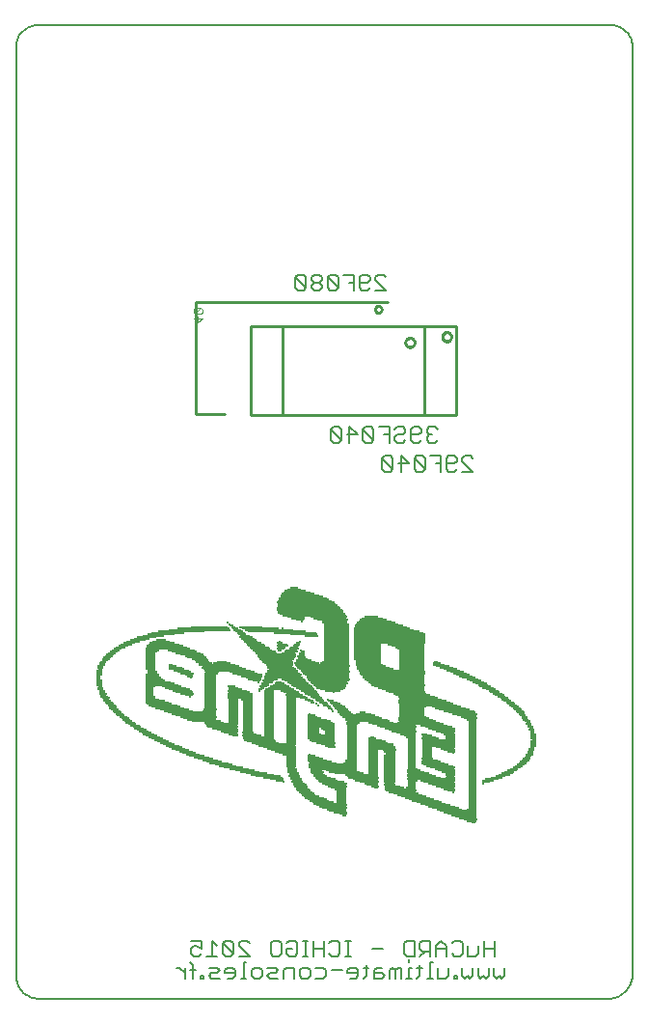
<source format=gbo>
G75*
G70*
%OFA0B0*%
%FSLAX24Y24*%
%IPPOS*%
%LPD*%
%AMOC8*
5,1,8,0,0,1.08239X$1,22.5*
%
%ADD10C,0.0100*%
%ADD11C,0.0050*%
%ADD12C,0.0030*%
%ADD13R,0.0150X0.0050*%
%ADD14R,0.0350X0.0050*%
%ADD15R,0.0450X0.0050*%
%ADD16R,0.0600X0.0050*%
%ADD17R,0.0750X0.0050*%
%ADD18R,0.0900X0.0050*%
%ADD19R,0.1000X0.0050*%
%ADD20R,0.0250X0.0050*%
%ADD21R,0.1150X0.0050*%
%ADD22R,0.1300X0.0050*%
%ADD23R,0.0700X0.0050*%
%ADD24R,0.0300X0.0050*%
%ADD25R,0.0950X0.0050*%
%ADD26R,0.0850X0.0050*%
%ADD27R,0.1050X0.0050*%
%ADD28R,0.0650X0.0050*%
%ADD29R,0.0550X0.0050*%
%ADD30R,0.0500X0.0050*%
%ADD31R,0.0100X0.0050*%
%ADD32R,0.0400X0.0050*%
%ADD33R,0.1100X0.0050*%
%ADD34R,0.0800X0.0050*%
%ADD35R,0.0050X0.0050*%
%ADD36R,0.1200X0.0050*%
%ADD37R,0.1650X0.0050*%
%ADD38R,0.1600X0.0050*%
%ADD39R,0.0200X0.0050*%
%ADD40R,0.1400X0.0050*%
%ADD41R,0.1250X0.0050*%
%ADD42R,0.1350X0.0050*%
%ADD43R,0.2450X0.0050*%
%ADD44R,0.1500X0.0050*%
%ADD45R,0.1450X0.0050*%
%ADD46R,0.1550X0.0050*%
%ADD47R,0.1700X0.0050*%
%ADD48R,0.2050X0.0050*%
%ADD49R,0.1900X0.0050*%
%ADD50R,0.1800X0.0050*%
%ADD51R,0.1750X0.0050*%
%ADD52R,0.1850X0.0050*%
%ADD53R,0.1950X0.0050*%
%ADD54R,0.2100X0.0050*%
%ADD55R,0.2150X0.0050*%
%ADD56R,0.2200X0.0050*%
%ADD57R,0.2250X0.0050*%
%ADD58R,0.2300X0.0050*%
%ADD59R,0.2400X0.0050*%
%ADD60R,0.2000X0.0050*%
D10*
X006828Y020828D02*
X007828Y020828D01*
X008722Y020792D02*
X015808Y020792D01*
X015808Y023863D01*
X008722Y023863D01*
X008722Y020792D01*
X009809Y020792D02*
X014730Y020792D01*
X014730Y023863D01*
X009809Y023863D01*
X009809Y020792D01*
X006828Y020828D02*
X006828Y024703D01*
X013453Y024703D01*
X013010Y024454D02*
X013012Y024475D01*
X013018Y024495D01*
X013027Y024515D01*
X013039Y024532D01*
X013054Y024546D01*
X013072Y024558D01*
X013092Y024566D01*
X013112Y024571D01*
X013133Y024572D01*
X013154Y024569D01*
X013174Y024563D01*
X013193Y024552D01*
X013210Y024539D01*
X013223Y024523D01*
X013234Y024505D01*
X013242Y024485D01*
X013246Y024465D01*
X013246Y024443D01*
X013242Y024423D01*
X013234Y024403D01*
X013223Y024385D01*
X013210Y024369D01*
X013193Y024356D01*
X013174Y024345D01*
X013154Y024339D01*
X013133Y024336D01*
X013112Y024337D01*
X013092Y024342D01*
X013072Y024350D01*
X013054Y024362D01*
X013039Y024376D01*
X013027Y024393D01*
X013018Y024413D01*
X013012Y024433D01*
X013010Y024454D01*
X014065Y023312D02*
X014067Y023337D01*
X014073Y023361D01*
X014082Y023383D01*
X014095Y023404D01*
X014111Y023423D01*
X014130Y023439D01*
X014151Y023452D01*
X014173Y023461D01*
X014197Y023467D01*
X014222Y023469D01*
X014247Y023467D01*
X014271Y023461D01*
X014293Y023452D01*
X014314Y023439D01*
X014333Y023423D01*
X014349Y023404D01*
X014362Y023383D01*
X014371Y023361D01*
X014377Y023337D01*
X014379Y023312D01*
X014377Y023287D01*
X014371Y023263D01*
X014362Y023241D01*
X014349Y023220D01*
X014333Y023201D01*
X014314Y023185D01*
X014293Y023172D01*
X014271Y023163D01*
X014247Y023157D01*
X014222Y023155D01*
X014197Y023157D01*
X014173Y023163D01*
X014151Y023172D01*
X014130Y023185D01*
X014111Y023201D01*
X014095Y023220D01*
X014082Y023241D01*
X014073Y023263D01*
X014067Y023287D01*
X014065Y023312D01*
X015340Y023509D02*
X015342Y023534D01*
X015348Y023558D01*
X015357Y023580D01*
X015370Y023601D01*
X015386Y023620D01*
X015405Y023636D01*
X015426Y023649D01*
X015448Y023658D01*
X015472Y023664D01*
X015497Y023666D01*
X015522Y023664D01*
X015546Y023658D01*
X015568Y023649D01*
X015589Y023636D01*
X015608Y023620D01*
X015624Y023601D01*
X015637Y023580D01*
X015646Y023558D01*
X015652Y023534D01*
X015654Y023509D01*
X015652Y023484D01*
X015646Y023460D01*
X015637Y023438D01*
X015624Y023417D01*
X015608Y023398D01*
X015589Y023382D01*
X015568Y023369D01*
X015546Y023360D01*
X015522Y023354D01*
X015497Y023352D01*
X015472Y023354D01*
X015448Y023360D01*
X015426Y023369D01*
X015405Y023382D01*
X015386Y023398D01*
X015370Y023417D01*
X015357Y023438D01*
X015348Y023460D01*
X015342Y023484D01*
X015340Y023509D01*
D11*
X000613Y033527D02*
X000613Y001440D01*
X000615Y001385D01*
X000620Y001331D01*
X000630Y001277D01*
X000643Y001224D01*
X000659Y001172D01*
X000679Y001121D01*
X000703Y001072D01*
X000729Y001024D01*
X000759Y000979D01*
X000792Y000935D01*
X000828Y000894D01*
X000867Y000855D01*
X000908Y000819D01*
X000952Y000786D01*
X000997Y000756D01*
X001045Y000730D01*
X001094Y000706D01*
X001145Y000686D01*
X001197Y000670D01*
X001250Y000657D01*
X001304Y000647D01*
X001358Y000642D01*
X001413Y000640D01*
X021084Y000640D01*
X021085Y000639D02*
X021141Y000643D01*
X021197Y000650D01*
X021252Y000661D01*
X021306Y000675D01*
X021360Y000693D01*
X021412Y000714D01*
X021462Y000739D01*
X021511Y000767D01*
X021558Y000798D01*
X021603Y000832D01*
X021645Y000869D01*
X021685Y000909D01*
X021723Y000951D01*
X021757Y000995D01*
X021788Y001042D01*
X021817Y001090D01*
X021842Y001141D01*
X021864Y001193D01*
X021882Y001246D01*
X021897Y001300D01*
X021908Y001355D01*
X021916Y001411D01*
X021919Y001467D01*
X021920Y001524D01*
X021919Y001524D02*
X021919Y033527D01*
X021917Y033580D01*
X021911Y033632D01*
X021902Y033684D01*
X021889Y033735D01*
X021872Y033785D01*
X021852Y033834D01*
X021829Y033881D01*
X021802Y033926D01*
X021772Y033969D01*
X021739Y034010D01*
X021703Y034049D01*
X021664Y034085D01*
X021623Y034118D01*
X021580Y034148D01*
X021535Y034175D01*
X021488Y034198D01*
X021439Y034218D01*
X021389Y034235D01*
X021338Y034248D01*
X021286Y034257D01*
X021234Y034263D01*
X021181Y034265D01*
X001351Y034265D01*
X001298Y034263D01*
X001246Y034257D01*
X001194Y034248D01*
X001143Y034235D01*
X001093Y034218D01*
X001044Y034198D01*
X000997Y034175D01*
X000952Y034148D01*
X000909Y034118D01*
X000868Y034085D01*
X000829Y034049D01*
X000793Y034010D01*
X000760Y033969D01*
X000730Y033926D01*
X000703Y033881D01*
X000680Y033834D01*
X000660Y033785D01*
X000643Y033735D01*
X000630Y033684D01*
X000621Y033632D01*
X000615Y033580D01*
X000613Y033527D01*
X010268Y025561D02*
X010268Y025194D01*
X010360Y025103D01*
X010543Y025103D01*
X010635Y025194D01*
X010268Y025561D01*
X010360Y025653D01*
X010543Y025653D01*
X010635Y025561D01*
X010635Y025194D01*
X010821Y025194D02*
X010912Y025103D01*
X011096Y025103D01*
X011188Y025194D01*
X011188Y025286D01*
X011096Y025378D01*
X010912Y025378D01*
X010821Y025286D01*
X010821Y025194D01*
X010912Y025378D02*
X010821Y025469D01*
X010821Y025561D01*
X010912Y025653D01*
X011096Y025653D01*
X011188Y025561D01*
X011188Y025469D01*
X011096Y025378D01*
X011373Y025561D02*
X011373Y025194D01*
X011465Y025103D01*
X011648Y025103D01*
X011740Y025194D01*
X011373Y025561D01*
X011465Y025653D01*
X011648Y025653D01*
X011740Y025561D01*
X011740Y025194D01*
X011925Y025653D02*
X012292Y025653D01*
X012292Y025103D01*
X012478Y025194D02*
X012478Y025561D01*
X012570Y025653D01*
X012753Y025653D01*
X012845Y025561D01*
X012845Y025469D01*
X012753Y025378D01*
X012478Y025378D01*
X012478Y025194D02*
X012570Y025103D01*
X012753Y025103D01*
X012845Y025194D01*
X013030Y025103D02*
X013397Y025103D01*
X013030Y025469D01*
X013030Y025561D01*
X013122Y025653D01*
X013306Y025653D01*
X013397Y025561D01*
X012292Y025378D02*
X012109Y025378D01*
X012136Y020403D02*
X012411Y020128D01*
X012044Y020128D01*
X011859Y020311D02*
X011767Y020403D01*
X011584Y020403D01*
X011492Y020311D01*
X011859Y019944D01*
X011767Y019853D01*
X011584Y019853D01*
X011492Y019944D01*
X011492Y020311D01*
X011859Y020311D02*
X011859Y019944D01*
X012136Y019853D02*
X012136Y020403D01*
X012597Y020311D02*
X012597Y019944D01*
X012689Y019853D01*
X012872Y019853D01*
X012964Y019944D01*
X012597Y020311D01*
X012689Y020403D01*
X012872Y020403D01*
X012964Y020311D01*
X012964Y019944D01*
X013333Y020128D02*
X013516Y020128D01*
X013702Y020036D02*
X013702Y019944D01*
X013793Y019853D01*
X013977Y019853D01*
X014069Y019944D01*
X014254Y019944D02*
X014254Y020311D01*
X014346Y020403D01*
X014529Y020403D01*
X014621Y020311D01*
X014621Y020219D01*
X014529Y020128D01*
X014254Y020128D01*
X014254Y019944D02*
X014346Y019853D01*
X014529Y019853D01*
X014621Y019944D01*
X014807Y019944D02*
X014898Y019853D01*
X015082Y019853D01*
X015174Y019944D01*
X014990Y020128D02*
X014898Y020128D01*
X014807Y020036D01*
X014807Y019944D01*
X014898Y020128D02*
X014807Y020219D01*
X014807Y020311D01*
X014898Y020403D01*
X015082Y020403D01*
X015174Y020311D01*
X015292Y019403D02*
X014925Y019403D01*
X014740Y019311D02*
X014648Y019403D01*
X014465Y019403D01*
X014373Y019311D01*
X014740Y018944D01*
X014648Y018853D01*
X014465Y018853D01*
X014373Y018944D01*
X014373Y019311D01*
X014188Y019128D02*
X013821Y019128D01*
X013635Y019311D02*
X013543Y019403D01*
X013360Y019403D01*
X013268Y019311D01*
X013635Y018944D01*
X013543Y018853D01*
X013360Y018853D01*
X013268Y018944D01*
X013268Y019311D01*
X013635Y019311D02*
X013635Y018944D01*
X013912Y018853D02*
X013912Y019403D01*
X014188Y019128D01*
X014740Y018944D02*
X014740Y019311D01*
X015109Y019128D02*
X015292Y019128D01*
X015478Y019128D02*
X015753Y019128D01*
X015845Y019219D01*
X015845Y019311D01*
X015753Y019403D01*
X015570Y019403D01*
X015478Y019311D01*
X015478Y018944D01*
X015570Y018853D01*
X015753Y018853D01*
X015845Y018944D01*
X016030Y018853D02*
X016397Y018853D01*
X016030Y019219D01*
X016030Y019311D01*
X016122Y019403D01*
X016306Y019403D01*
X016397Y019311D01*
X015292Y019403D02*
X015292Y018853D01*
X013977Y020128D02*
X014069Y020219D01*
X014069Y020311D01*
X013977Y020403D01*
X013793Y020403D01*
X013702Y020311D01*
X013793Y020128D02*
X013702Y020036D01*
X013793Y020128D02*
X013977Y020128D01*
X013516Y019853D02*
X013516Y020403D01*
X013149Y020403D01*
X014105Y002653D02*
X014014Y002561D01*
X014014Y002194D01*
X014105Y002103D01*
X014381Y002103D01*
X014381Y002653D01*
X014105Y002653D01*
X014566Y002561D02*
X014566Y002378D01*
X014658Y002286D01*
X014933Y002286D01*
X014750Y002286D02*
X014566Y002103D01*
X014549Y001811D02*
X014549Y001444D01*
X014457Y001353D01*
X014272Y001353D02*
X014089Y001353D01*
X014180Y001353D02*
X014180Y001719D01*
X014272Y001719D01*
X014457Y001719D02*
X014640Y001719D01*
X014917Y001903D02*
X014917Y001353D01*
X015009Y001353D02*
X014825Y001353D01*
X015194Y001353D02*
X015194Y001719D01*
X015009Y001903D02*
X014917Y001903D01*
X014933Y002103D02*
X014933Y002653D01*
X014658Y002653D01*
X014566Y002561D01*
X015119Y002469D02*
X015119Y002103D01*
X015119Y002378D02*
X015486Y002378D01*
X015486Y002469D02*
X015486Y002103D01*
X015671Y002194D02*
X015763Y002103D01*
X015946Y002103D01*
X016038Y002194D01*
X016038Y002561D01*
X015946Y002653D01*
X015763Y002653D01*
X015671Y002561D01*
X015486Y002469D02*
X015302Y002653D01*
X015119Y002469D01*
X015561Y001719D02*
X015561Y001444D01*
X015470Y001353D01*
X015194Y001353D01*
X015746Y001353D02*
X015838Y001353D01*
X015838Y001444D01*
X015746Y001444D01*
X015746Y001353D01*
X016023Y001444D02*
X016023Y001719D01*
X016023Y001444D02*
X016115Y001353D01*
X016206Y001444D01*
X016298Y001353D01*
X016390Y001444D01*
X016390Y001719D01*
X016575Y001719D02*
X016575Y001444D01*
X016667Y001353D01*
X016759Y001444D01*
X016851Y001353D01*
X016942Y001444D01*
X016942Y001719D01*
X017128Y001719D02*
X017128Y001444D01*
X017220Y001353D01*
X017311Y001444D01*
X017403Y001353D01*
X017495Y001444D01*
X017495Y001719D01*
X017143Y002103D02*
X017143Y002653D01*
X017143Y002378D02*
X016776Y002378D01*
X016591Y002469D02*
X016591Y002194D01*
X016499Y002103D01*
X016224Y002103D01*
X016224Y002469D01*
X016776Y002653D02*
X016776Y002103D01*
X014180Y001995D02*
X014180Y001903D01*
X013904Y001719D02*
X013812Y001719D01*
X013720Y001628D01*
X013629Y001719D01*
X013537Y001628D01*
X013537Y001353D01*
X013720Y001353D02*
X013720Y001628D01*
X013904Y001719D02*
X013904Y001353D01*
X013351Y001444D02*
X013260Y001353D01*
X012984Y001353D01*
X012984Y001628D01*
X013076Y001719D01*
X013260Y001719D01*
X013260Y001536D02*
X012984Y001536D01*
X012799Y001719D02*
X012615Y001719D01*
X012707Y001811D02*
X012707Y001444D01*
X012615Y001353D01*
X012431Y001444D02*
X012431Y001628D01*
X012339Y001719D01*
X012155Y001719D01*
X012064Y001628D01*
X012064Y001536D01*
X012431Y001536D01*
X012431Y001444D02*
X012339Y001353D01*
X012155Y001353D01*
X011878Y001628D02*
X011511Y001628D01*
X011326Y001628D02*
X011326Y001444D01*
X011234Y001353D01*
X010959Y001353D01*
X010773Y001444D02*
X010681Y001353D01*
X010498Y001353D01*
X010406Y001444D01*
X010406Y001628D01*
X010498Y001719D01*
X010681Y001719D01*
X010773Y001628D01*
X010773Y001444D01*
X010959Y001719D02*
X011234Y001719D01*
X011326Y001628D01*
X011250Y002103D02*
X011250Y002653D01*
X011436Y002561D02*
X011527Y002653D01*
X011711Y002653D01*
X011803Y002561D01*
X011803Y002194D01*
X011711Y002103D01*
X011527Y002103D01*
X011436Y002194D01*
X011250Y002378D02*
X010883Y002378D01*
X010883Y002653D02*
X010883Y002103D01*
X010698Y002103D02*
X010514Y002103D01*
X010606Y002103D02*
X010606Y002653D01*
X010698Y002653D02*
X010514Y002653D01*
X010329Y002561D02*
X010329Y002194D01*
X010238Y002103D01*
X010054Y002103D01*
X009962Y002194D01*
X009962Y002378D01*
X010146Y002378D01*
X010329Y002561D02*
X010238Y002653D01*
X010054Y002653D01*
X009962Y002561D01*
X009777Y002561D02*
X009777Y002194D01*
X009685Y002103D01*
X009502Y002103D01*
X009410Y002194D01*
X009410Y002561D01*
X009502Y002653D01*
X009685Y002653D01*
X009777Y002561D01*
X009945Y001719D02*
X009854Y001628D01*
X009854Y001353D01*
X009668Y001353D02*
X009393Y001353D01*
X009301Y001444D01*
X009393Y001536D01*
X009576Y001536D01*
X009668Y001628D01*
X009576Y001719D01*
X009301Y001719D01*
X009116Y001628D02*
X009116Y001444D01*
X009024Y001353D01*
X008841Y001353D01*
X008749Y001444D01*
X008749Y001628D01*
X008841Y001719D01*
X009024Y001719D01*
X009116Y001628D01*
X008563Y001903D02*
X008472Y001903D01*
X008472Y001353D01*
X008563Y001353D02*
X008380Y001353D01*
X008195Y001444D02*
X008195Y001628D01*
X008103Y001719D01*
X007920Y001719D01*
X007828Y001628D01*
X007828Y001536D01*
X008195Y001536D01*
X008195Y001444D02*
X008103Y001353D01*
X007920Y001353D01*
X007643Y001353D02*
X007367Y001353D01*
X007276Y001444D01*
X007367Y001536D01*
X007551Y001536D01*
X007643Y001628D01*
X007551Y001719D01*
X007276Y001719D01*
X007090Y001444D02*
X007090Y001353D01*
X006998Y001353D01*
X006998Y001444D01*
X007090Y001444D01*
X006814Y001628D02*
X006630Y001628D01*
X006722Y001811D02*
X006630Y001903D01*
X006722Y001811D02*
X006722Y001353D01*
X006445Y001353D02*
X006445Y001719D01*
X006262Y001719D02*
X006170Y001719D01*
X006262Y001719D02*
X006445Y001536D01*
X006739Y002103D02*
X006647Y002194D01*
X006647Y002378D01*
X006739Y002469D01*
X006831Y002469D01*
X007014Y002378D01*
X007014Y002653D01*
X006647Y002653D01*
X006739Y002103D02*
X006923Y002103D01*
X007014Y002194D01*
X007200Y002103D02*
X007567Y002103D01*
X007383Y002103D02*
X007383Y002653D01*
X007567Y002469D01*
X007752Y002561D02*
X007752Y002194D01*
X007844Y002103D01*
X008028Y002103D01*
X008119Y002194D01*
X007752Y002561D01*
X007844Y002653D01*
X008028Y002653D01*
X008119Y002561D01*
X008119Y002194D01*
X008305Y002103D02*
X008672Y002103D01*
X008305Y002469D01*
X008305Y002561D01*
X008397Y002653D01*
X008580Y002653D01*
X008672Y002561D01*
X009945Y001719D02*
X010221Y001719D01*
X010221Y001353D01*
X011987Y002103D02*
X012171Y002103D01*
X012079Y002103D02*
X012079Y002653D01*
X012171Y002653D02*
X011987Y002653D01*
X012909Y002378D02*
X013276Y002378D01*
X013260Y001536D02*
X013351Y001444D01*
D12*
X006897Y024010D02*
X006897Y024203D01*
X006800Y024304D02*
X006994Y024304D01*
X007042Y024353D01*
X007042Y024449D01*
X006994Y024498D01*
X006800Y024304D01*
X006752Y024353D01*
X006752Y024449D01*
X006800Y024498D01*
X006994Y024498D01*
X007042Y024155D02*
X006897Y024010D01*
X006752Y024155D02*
X007042Y024155D01*
D13*
X008056Y013537D03*
X008106Y013487D03*
X009106Y011387D03*
X009056Y011337D03*
X009706Y012687D03*
X010356Y012937D03*
X010506Y012637D03*
X010856Y010887D03*
X011406Y010737D03*
X011456Y010687D03*
X012906Y009687D03*
X013056Y007937D03*
X011956Y006987D03*
X015106Y012287D03*
X018306Y010187D03*
X018356Y010087D03*
X018406Y009987D03*
X018456Y009887D03*
X018456Y009837D03*
X018506Y009587D03*
X018456Y009337D03*
X016406Y006737D03*
X005956Y012187D03*
X003506Y012037D03*
X003456Y011787D03*
X003456Y011737D03*
X003456Y011687D03*
X003506Y011437D03*
D14*
X004206Y012787D03*
X004306Y012837D03*
X005256Y012587D03*
X005256Y012537D03*
X005256Y012487D03*
X005256Y012437D03*
X005256Y012387D03*
X005256Y012337D03*
X005256Y012287D03*
X005256Y012237D03*
X005256Y012187D03*
X005256Y012137D03*
X005256Y012087D03*
X005256Y012037D03*
X005306Y011937D03*
X005306Y011887D03*
X005256Y011437D03*
X005256Y011087D03*
X005256Y011037D03*
X004706Y010087D03*
X004556Y010187D03*
X004856Y009987D03*
X004956Y009937D03*
X005006Y009887D03*
X005106Y009837D03*
X005606Y013037D03*
X007706Y012287D03*
X008106Y011387D03*
X008106Y010987D03*
X008106Y010937D03*
X008106Y010887D03*
X008106Y010837D03*
X008106Y010787D03*
X008106Y010737D03*
X008106Y010687D03*
X008106Y010637D03*
X008106Y010587D03*
X008106Y010537D03*
X008106Y010487D03*
X008106Y010437D03*
X008106Y010387D03*
X008106Y010337D03*
X008106Y010287D03*
X008106Y010237D03*
X008106Y010187D03*
X008106Y009787D03*
X008606Y009887D03*
X008606Y009937D03*
X008606Y009987D03*
X008606Y010037D03*
X008606Y010087D03*
X008606Y010137D03*
X008606Y010187D03*
X008606Y010237D03*
X008606Y010287D03*
X008606Y010337D03*
X008606Y010387D03*
X008606Y010437D03*
X008606Y010487D03*
X008606Y010537D03*
X008606Y010587D03*
X008606Y010637D03*
X008606Y010687D03*
X008606Y010737D03*
X008606Y010787D03*
X008606Y010837D03*
X008606Y010887D03*
X008606Y010937D03*
X009356Y010937D03*
X009356Y010887D03*
X009356Y010837D03*
X009356Y010787D03*
X009356Y010737D03*
X009356Y010687D03*
X009356Y010637D03*
X009356Y010587D03*
X009356Y010537D03*
X009356Y010487D03*
X009356Y010437D03*
X009356Y010387D03*
X009356Y010337D03*
X009356Y010287D03*
X009356Y010237D03*
X009356Y010187D03*
X009356Y010137D03*
X009356Y010087D03*
X009356Y010037D03*
X009356Y009987D03*
X009356Y009937D03*
X009356Y009887D03*
X009356Y009837D03*
X009356Y009787D03*
X009356Y009737D03*
X010106Y009737D03*
X010106Y009687D03*
X010106Y009637D03*
X010106Y009587D03*
X010106Y009537D03*
X010106Y009487D03*
X010106Y009787D03*
X010106Y009837D03*
X010106Y009887D03*
X010106Y009937D03*
X010106Y009987D03*
X010106Y010037D03*
X010106Y010087D03*
X010106Y010137D03*
X010106Y010187D03*
X010106Y010237D03*
X010106Y010287D03*
X010106Y010337D03*
X010106Y010387D03*
X010106Y010437D03*
X010106Y010487D03*
X010106Y010537D03*
X010106Y010587D03*
X010106Y010637D03*
X010106Y010687D03*
X010106Y010737D03*
X010106Y010787D03*
X010106Y010837D03*
X010106Y010887D03*
X010106Y010937D03*
X010106Y010987D03*
X010106Y011037D03*
X009706Y011537D03*
X009306Y011587D03*
X009356Y011287D03*
X009356Y011237D03*
X009356Y011187D03*
X009356Y011137D03*
X009356Y011087D03*
X009356Y011037D03*
X009356Y010987D03*
X010206Y012737D03*
X009806Y012887D03*
X010506Y012387D03*
X010956Y011087D03*
X011006Y011037D03*
X010856Y010387D03*
X011456Y009887D03*
X011456Y009837D03*
X011456Y009787D03*
X011456Y009387D03*
X012206Y009387D03*
X012206Y009337D03*
X012206Y009287D03*
X012206Y009237D03*
X012206Y009187D03*
X012206Y009137D03*
X012206Y009087D03*
X012206Y009037D03*
X012206Y008987D03*
X012206Y008937D03*
X012206Y009437D03*
X012206Y009487D03*
X012206Y009537D03*
X012206Y009587D03*
X012206Y009637D03*
X012206Y009687D03*
X012206Y009737D03*
X012206Y009787D03*
X012206Y009837D03*
X012206Y009887D03*
X012206Y009937D03*
X012206Y009987D03*
X012206Y010037D03*
X012206Y010087D03*
X011706Y010787D03*
X011656Y010837D03*
X012956Y009237D03*
X012956Y009187D03*
X012956Y009137D03*
X012956Y009087D03*
X012956Y009037D03*
X012956Y008987D03*
X012956Y008937D03*
X012956Y008887D03*
X012956Y008837D03*
X012956Y008787D03*
X012956Y008737D03*
X012956Y008687D03*
X012956Y008637D03*
X012956Y008587D03*
X012956Y008537D03*
X012956Y008487D03*
X012956Y008437D03*
X013506Y008087D03*
X014256Y007937D03*
X014306Y008187D03*
X014306Y008587D03*
X014806Y008987D03*
X014806Y009037D03*
X014806Y009087D03*
X014806Y009137D03*
X014806Y009187D03*
X014806Y009237D03*
X014806Y009287D03*
X014806Y009337D03*
X014806Y009737D03*
X014256Y009687D03*
X013556Y009137D03*
X013556Y009087D03*
X011856Y007837D03*
X011856Y007787D03*
X011856Y007737D03*
X011856Y007687D03*
X011856Y007637D03*
X011856Y007587D03*
X011856Y007537D03*
X011856Y007487D03*
X011856Y007437D03*
X010306Y008187D03*
X010256Y008287D03*
X010206Y008387D03*
X010206Y008437D03*
X010156Y008487D03*
X010156Y008537D03*
X010156Y008587D03*
X010106Y008687D03*
X010106Y008737D03*
X010106Y008787D03*
X010106Y008837D03*
X010106Y008887D03*
X010106Y008937D03*
X010106Y008987D03*
X010106Y009037D03*
X008506Y013187D03*
X015606Y009737D03*
X015606Y009687D03*
X015606Y009637D03*
X016356Y010287D03*
X017006Y011337D03*
X017106Y011287D03*
X017156Y011237D03*
X017256Y011187D03*
X017306Y011137D03*
X016756Y011487D03*
X017756Y008537D03*
X017656Y008487D03*
X017356Y008337D03*
X016356Y007187D03*
X016356Y006787D03*
X015606Y008287D03*
X015606Y008387D03*
X015606Y008437D03*
D15*
X015556Y008487D03*
X014356Y008537D03*
X013506Y009237D03*
X013006Y009587D03*
X012256Y010187D03*
X012006Y010487D03*
X011956Y010537D03*
X010806Y011187D03*
X010106Y012637D03*
X010806Y013187D03*
X010356Y013787D03*
X009406Y011687D03*
X008856Y011687D03*
X008606Y013087D03*
X008556Y013137D03*
X007356Y011887D03*
X007156Y012237D03*
X007056Y012287D03*
X006506Y011887D03*
X006106Y012087D03*
X006506Y011187D03*
X007306Y010637D03*
X006356Y009237D03*
X006106Y009337D03*
X006006Y009387D03*
X005306Y011837D03*
X005306Y012687D03*
X004656Y012987D03*
X010056Y009087D03*
X010406Y008037D03*
X010456Y007987D03*
X010506Y007887D03*
X010556Y007837D03*
X010606Y007787D03*
X011006Y008487D03*
X011806Y007087D03*
X012156Y008787D03*
X015356Y012137D03*
X015606Y012037D03*
X015706Y011987D03*
X015856Y011937D03*
X015956Y011887D03*
X016056Y011837D03*
X016156Y011787D03*
X016256Y011737D03*
X016306Y010337D03*
X017056Y008237D03*
X016306Y006837D03*
D16*
X016231Y006887D03*
X015481Y008537D03*
X014931Y009637D03*
X014431Y008487D03*
X013081Y009537D03*
X011731Y007137D03*
X009981Y009137D03*
X010231Y011137D03*
X010581Y011387D03*
X008931Y012837D03*
X008881Y012887D03*
X007731Y012237D03*
X006431Y011237D03*
X005381Y011687D03*
X005631Y012987D03*
X007981Y009887D03*
X007781Y008737D03*
X007931Y008687D03*
X010281Y013837D03*
D17*
X010256Y014737D03*
X009206Y012637D03*
X009256Y012587D03*
X008756Y011787D03*
X008306Y011237D03*
X007906Y009937D03*
X008906Y008437D03*
X009906Y009187D03*
X011206Y007437D03*
X011656Y008037D03*
X010256Y011637D03*
X012906Y013787D03*
X014506Y008437D03*
X016156Y006937D03*
X006256Y011337D03*
X006106Y011387D03*
X005356Y013187D03*
D18*
X006431Y012637D03*
X007831Y009987D03*
X008531Y011887D03*
X008431Y011937D03*
X008681Y011837D03*
X009731Y012137D03*
X011131Y010187D03*
X011181Y009587D03*
X012681Y008237D03*
X013231Y009387D03*
X013231Y010187D03*
X014281Y010437D03*
X014281Y010487D03*
X014281Y010537D03*
X014281Y010587D03*
X014281Y010637D03*
X014281Y010687D03*
X014281Y012037D03*
X014281Y012087D03*
X014281Y012137D03*
X014281Y012187D03*
X014281Y012237D03*
X014281Y012287D03*
X014281Y012337D03*
X014281Y012387D03*
X014281Y012437D03*
X014281Y012487D03*
X014281Y012537D03*
X014281Y012587D03*
X014281Y012637D03*
X014281Y012687D03*
X012781Y012337D03*
X012781Y012287D03*
X012781Y012237D03*
X011681Y012337D03*
X011681Y012387D03*
X011681Y012437D03*
X011681Y012487D03*
X011681Y012537D03*
X011681Y012587D03*
X011681Y012637D03*
X011681Y012687D03*
X011681Y012737D03*
X011681Y012787D03*
X011681Y012837D03*
X011681Y012887D03*
X011681Y012937D03*
X011681Y012987D03*
X011681Y013037D03*
X011681Y013087D03*
X011681Y013137D03*
X011681Y013187D03*
X011681Y013237D03*
X011681Y013287D03*
X011681Y013337D03*
X011681Y013387D03*
X011681Y013437D03*
X011681Y013487D03*
X011681Y013537D03*
X011681Y013587D03*
X011631Y013637D03*
X011631Y013687D03*
X015131Y008737D03*
X014631Y007537D03*
X014481Y007587D03*
X014081Y007737D03*
X014881Y007437D03*
X015031Y007387D03*
X015181Y007337D03*
X015581Y007187D03*
X016081Y006987D03*
D19*
X016031Y007037D03*
X014631Y008337D03*
X015481Y010737D03*
X014231Y012787D03*
X012881Y012137D03*
X011631Y012237D03*
X011481Y011387D03*
X009731Y011337D03*
X009681Y012237D03*
X009081Y009537D03*
X009781Y009287D03*
X012131Y008437D03*
X007181Y010237D03*
X007031Y010287D03*
X006231Y010587D03*
X006081Y010637D03*
X005931Y010687D03*
X005781Y010737D03*
X005681Y010787D03*
X005581Y011537D03*
D20*
X004306Y010387D03*
X003956Y010687D03*
X003956Y010737D03*
X003906Y010787D03*
X003856Y010837D03*
X003806Y010887D03*
X003756Y010937D03*
X003706Y011037D03*
X003656Y011087D03*
X003606Y011187D03*
X003706Y012387D03*
X003756Y012437D03*
X003806Y012487D03*
X003856Y012537D03*
X004056Y012687D03*
X008056Y011437D03*
X008906Y011637D03*
X009156Y011437D03*
X009206Y011487D03*
X009756Y012737D03*
X010456Y012487D03*
X010556Y011037D03*
X010806Y010437D03*
X011206Y010887D03*
X011506Y009337D03*
X010806Y009037D03*
X011906Y007037D03*
X013006Y007987D03*
X015656Y007837D03*
X015656Y009187D03*
X016856Y008137D03*
X018056Y008737D03*
X018106Y008787D03*
X018156Y008837D03*
X018206Y008887D03*
X018256Y008937D03*
X018356Y009087D03*
X018056Y010537D03*
X018006Y010587D03*
X017956Y010637D03*
X017906Y010687D03*
X017856Y010737D03*
X015156Y012237D03*
X010206Y014837D03*
X008306Y013337D03*
X008256Y013387D03*
D21*
X010356Y014637D03*
X011456Y013787D03*
X011456Y011487D03*
X012956Y012087D03*
X014156Y012837D03*
X014206Y011187D03*
X015206Y009587D03*
X015206Y009537D03*
X015206Y009487D03*
X015206Y009437D03*
X015206Y009387D03*
X014706Y008287D03*
X015956Y007087D03*
X012556Y008387D03*
X011456Y007387D03*
X009706Y009337D03*
X007706Y010137D03*
X006956Y010337D03*
X005656Y011487D03*
X005856Y013287D03*
X013006Y013687D03*
D22*
X014081Y012887D03*
X014481Y010237D03*
X012631Y010337D03*
X012531Y010387D03*
X011431Y011587D03*
X009831Y011787D03*
X009631Y009387D03*
X007681Y012137D03*
X007281Y013487D03*
X015881Y007137D03*
D23*
X015431Y008587D03*
X014081Y009837D03*
X013131Y009487D03*
X013681Y007937D03*
X011681Y007187D03*
X011081Y007487D03*
X011381Y008187D03*
X011031Y008887D03*
X010281Y011087D03*
X010381Y011537D03*
X010331Y011587D03*
X010631Y012287D03*
X009731Y011437D03*
X009131Y012687D03*
X006781Y012487D03*
X005981Y011437D03*
X005431Y011637D03*
X008331Y008587D03*
X008531Y008537D03*
X008681Y008487D03*
X009481Y008287D03*
X016181Y010437D03*
D24*
X016381Y010237D03*
X016381Y010187D03*
X016381Y010137D03*
X016381Y010087D03*
X016381Y010037D03*
X016381Y009987D03*
X016381Y009937D03*
X016381Y009887D03*
X016381Y009837D03*
X016381Y009787D03*
X016381Y009737D03*
X016381Y009687D03*
X016381Y009637D03*
X016381Y009587D03*
X016381Y009537D03*
X016381Y009487D03*
X016381Y009437D03*
X016381Y009387D03*
X016381Y009337D03*
X016381Y009287D03*
X016381Y009237D03*
X016381Y009187D03*
X016381Y009137D03*
X016381Y009087D03*
X016381Y009037D03*
X016381Y008987D03*
X016381Y008937D03*
X016381Y008887D03*
X016381Y008837D03*
X016381Y008787D03*
X016381Y008737D03*
X016381Y008687D03*
X016381Y008637D03*
X016381Y008587D03*
X016381Y008537D03*
X016381Y008487D03*
X016381Y008437D03*
X016381Y008387D03*
X016381Y008337D03*
X016381Y008287D03*
X016381Y008237D03*
X016381Y008187D03*
X016381Y008137D03*
X016381Y008087D03*
X016381Y008037D03*
X016381Y007987D03*
X016381Y007937D03*
X016381Y007887D03*
X016381Y007837D03*
X016381Y007787D03*
X016381Y007737D03*
X016381Y007687D03*
X016381Y007637D03*
X016381Y007587D03*
X016381Y007537D03*
X016381Y007487D03*
X016381Y007437D03*
X016381Y007387D03*
X016381Y007337D03*
X016381Y007287D03*
X016381Y007237D03*
X015631Y008337D03*
X014281Y008137D03*
X014281Y008087D03*
X014281Y008037D03*
X014281Y007987D03*
X014281Y008637D03*
X014281Y008687D03*
X014281Y008737D03*
X014281Y008787D03*
X014281Y008837D03*
X014281Y008887D03*
X014281Y008937D03*
X014281Y008987D03*
X014281Y009037D03*
X014281Y009087D03*
X014281Y009137D03*
X014281Y009187D03*
X014281Y009237D03*
X014281Y009287D03*
X014281Y009337D03*
X014281Y009387D03*
X014281Y009437D03*
X014281Y009487D03*
X014281Y009537D03*
X014281Y009587D03*
X014281Y009637D03*
X012931Y009637D03*
X011581Y010887D03*
X011131Y010937D03*
X011081Y010987D03*
X010481Y012437D03*
X010231Y012787D03*
X009781Y012787D03*
X010431Y013737D03*
X009231Y011537D03*
X008431Y013237D03*
X008381Y013287D03*
X006581Y011837D03*
X006031Y012137D03*
X006581Y011137D03*
X005231Y011137D03*
X005231Y011187D03*
X005231Y011237D03*
X005231Y011287D03*
X005231Y011337D03*
X005231Y011387D03*
X005281Y011987D03*
X004131Y012737D03*
X003981Y012637D03*
X003931Y012587D03*
X004031Y010637D03*
X004081Y010587D03*
X004131Y010537D03*
X004181Y010487D03*
X004231Y010437D03*
X004381Y010337D03*
X004431Y010287D03*
X004481Y010237D03*
X004631Y010137D03*
X004781Y010037D03*
X009731Y008187D03*
X010131Y008637D03*
X017381Y011087D03*
X017481Y011037D03*
X017531Y010987D03*
X017581Y010937D03*
X017681Y010887D03*
X017731Y010837D03*
X017781Y010787D03*
X017981Y008687D03*
X017931Y008637D03*
X017831Y008587D03*
D25*
X016006Y010537D03*
X015306Y009987D03*
X015206Y010037D03*
X015056Y010087D03*
X014306Y010387D03*
X014306Y010737D03*
X013956Y009937D03*
X013256Y009337D03*
X013256Y009287D03*
X013956Y007787D03*
X014756Y007487D03*
X015306Y007287D03*
X015456Y007237D03*
X015306Y008087D03*
X015256Y008687D03*
X012806Y012187D03*
X012756Y012387D03*
X012756Y012437D03*
X012756Y012487D03*
X012756Y012537D03*
X012756Y012587D03*
X012756Y012637D03*
X012756Y012687D03*
X012756Y012737D03*
X012756Y012787D03*
X012756Y012837D03*
X012756Y012887D03*
X012956Y013737D03*
X014256Y012737D03*
X011656Y012287D03*
X010556Y013237D03*
X009706Y012187D03*
X009756Y012087D03*
X009806Y012037D03*
X011156Y010137D03*
X011156Y010087D03*
X011156Y010037D03*
X011156Y009737D03*
X011156Y009687D03*
X011156Y009637D03*
X011206Y008787D03*
X011556Y007287D03*
X009206Y009487D03*
X006306Y012687D03*
X005606Y013237D03*
X010306Y014687D03*
D26*
X010656Y012237D03*
X009856Y009237D03*
X009306Y008337D03*
X008356Y011037D03*
X008356Y011087D03*
X008356Y011137D03*
X008356Y011187D03*
X006556Y012587D03*
X005656Y012937D03*
X005506Y011587D03*
X005556Y010837D03*
X011506Y008137D03*
X011606Y008087D03*
X011606Y007237D03*
X013206Y009437D03*
X014006Y009887D03*
X014556Y008387D03*
X014206Y007687D03*
X014356Y007637D03*
X015356Y008637D03*
X016106Y010487D03*
D27*
X015906Y010587D03*
X015756Y010637D03*
X015606Y010687D03*
X014356Y010337D03*
X013906Y007837D03*
X012606Y008287D03*
X011956Y008487D03*
X011856Y008537D03*
X011506Y007337D03*
X009006Y009587D03*
X007756Y010037D03*
X009656Y012287D03*
X009806Y011987D03*
X011556Y013737D03*
X005706Y012887D03*
D28*
X005106Y013137D03*
X005406Y010937D03*
X006356Y011287D03*
X006856Y012437D03*
X007456Y010187D03*
X008256Y011287D03*
X009056Y012737D03*
X009006Y012787D03*
X010456Y011487D03*
X010506Y011437D03*
X011006Y010287D03*
X011306Y009487D03*
X011306Y008237D03*
X011706Y007987D03*
X011006Y007537D03*
X010906Y007587D03*
X012806Y008137D03*
X014956Y008837D03*
X015456Y009337D03*
X015456Y009887D03*
X015456Y007987D03*
X008756Y009737D03*
X008106Y008637D03*
X007606Y008787D03*
D29*
X007456Y008837D03*
X007306Y008887D03*
X007156Y008937D03*
X007006Y008987D03*
X006856Y009037D03*
X005356Y011737D03*
X006156Y012037D03*
X006306Y011987D03*
X006956Y012387D03*
X008806Y012937D03*
X008806Y011737D03*
X010006Y011287D03*
X010106Y011237D03*
X010656Y011337D03*
X010706Y011287D03*
X011556Y011287D03*
X010556Y012337D03*
X012606Y010487D03*
X014156Y009787D03*
X014906Y008887D03*
X013606Y007987D03*
X011756Y007937D03*
X011206Y008287D03*
X010956Y008937D03*
X010806Y007637D03*
X016256Y010387D03*
X004956Y013087D03*
X004806Y013037D03*
D30*
X005331Y011787D03*
X005331Y010987D03*
X006431Y011937D03*
X007031Y012337D03*
X007381Y011937D03*
X008181Y011337D03*
X007281Y010587D03*
X008031Y009837D03*
X008681Y009787D03*
X009631Y008237D03*
X010681Y007737D03*
X010731Y007687D03*
X011131Y008337D03*
X011381Y009437D03*
X011381Y009987D03*
X010931Y009787D03*
X010931Y010337D03*
X010781Y011237D03*
X010181Y011187D03*
X009731Y011487D03*
X010031Y012587D03*
X008731Y012987D03*
X008681Y013037D03*
X010231Y014787D03*
X012881Y013837D03*
X015481Y012087D03*
X015531Y009837D03*
X015531Y009287D03*
X014881Y009687D03*
X015531Y007937D03*
X012881Y008087D03*
X006731Y009087D03*
X006581Y009137D03*
X006481Y009187D03*
X006231Y009287D03*
D31*
X006631Y011087D03*
X007981Y013587D03*
X007931Y013637D03*
X008981Y011587D03*
X010431Y012987D03*
X010481Y013687D03*
X011581Y011237D03*
X011381Y010987D03*
X011531Y010637D03*
X010981Y010837D03*
X015731Y009137D03*
X015731Y007787D03*
D32*
X015581Y007887D03*
X014831Y008937D03*
X015581Y009237D03*
X015581Y009787D03*
X016481Y011637D03*
X016381Y011687D03*
X016581Y011587D03*
X016681Y011537D03*
X016831Y011437D03*
X016931Y011387D03*
X015231Y012187D03*
X014231Y009737D03*
X013531Y009187D03*
X013531Y009037D03*
X013531Y008987D03*
X013531Y008937D03*
X013531Y008887D03*
X013531Y008837D03*
X013531Y008787D03*
X013531Y008737D03*
X013531Y008687D03*
X013531Y008637D03*
X013531Y008587D03*
X013531Y008537D03*
X013531Y008487D03*
X013531Y008437D03*
X013531Y008387D03*
X013531Y008337D03*
X013531Y008287D03*
X013531Y008237D03*
X013531Y008187D03*
X013531Y008137D03*
X013531Y008037D03*
X012931Y008037D03*
X012181Y008837D03*
X012181Y008887D03*
X011831Y007887D03*
X011081Y008387D03*
X011031Y008437D03*
X010981Y008537D03*
X010881Y008987D03*
X010281Y008237D03*
X010331Y008137D03*
X010381Y008087D03*
X010481Y007937D03*
X010231Y008337D03*
X010881Y009837D03*
X010881Y009887D03*
X010881Y009937D03*
X010881Y009987D03*
X011431Y009937D03*
X011931Y010587D03*
X011881Y010637D03*
X011831Y010687D03*
X011781Y010737D03*
X012231Y010137D03*
X010881Y011137D03*
X010131Y012687D03*
X009831Y012837D03*
X009331Y011637D03*
X008581Y010987D03*
X008631Y009837D03*
X007331Y010687D03*
X007331Y010737D03*
X007331Y010787D03*
X007331Y010837D03*
X007331Y010887D03*
X007331Y010937D03*
X007331Y010987D03*
X007331Y011037D03*
X007331Y011087D03*
X007331Y011137D03*
X007331Y011187D03*
X007331Y011237D03*
X007331Y011287D03*
X007331Y011337D03*
X007331Y011387D03*
X007331Y011437D03*
X007331Y011487D03*
X007331Y011537D03*
X007331Y011587D03*
X007331Y011637D03*
X007331Y011687D03*
X007331Y011737D03*
X007331Y011787D03*
X007331Y011837D03*
X005881Y009437D03*
X005781Y009487D03*
X005681Y009537D03*
X005581Y009587D03*
X005481Y009637D03*
X005381Y009687D03*
X005281Y009737D03*
X005181Y009787D03*
X005281Y012637D03*
X004531Y012937D03*
X004431Y012887D03*
X016931Y008187D03*
X017231Y008287D03*
X017481Y008387D03*
X017581Y008437D03*
D33*
X015231Y008137D03*
X013881Y007887D03*
X012581Y008337D03*
X013881Y009987D03*
X011481Y011437D03*
X009831Y011937D03*
X009631Y012337D03*
X008981Y009687D03*
X008981Y009637D03*
X007731Y010087D03*
D34*
X009131Y008387D03*
X009731Y011387D03*
X010181Y011687D03*
X011081Y010237D03*
X011231Y009537D03*
X011131Y008837D03*
X011531Y011337D03*
X012731Y008187D03*
X015031Y008787D03*
X015381Y008037D03*
X015381Y009937D03*
X008731Y013487D03*
X006681Y012537D03*
X005481Y010887D03*
D35*
X006656Y011737D03*
X009006Y011287D03*
X009706Y012987D03*
X009806Y013437D03*
X010456Y012687D03*
X011056Y010787D03*
X010756Y010487D03*
X011556Y010587D03*
X010756Y009087D03*
X009856Y008137D03*
X016756Y008087D03*
D36*
X015181Y008187D03*
X014431Y010287D03*
X014331Y011137D03*
X012431Y010437D03*
X009831Y011887D03*
X009631Y012387D03*
D37*
X009356Y013387D03*
X010506Y014487D03*
X011306Y011937D03*
X013156Y013537D03*
X014656Y010937D03*
X014956Y008237D03*
X011556Y008637D03*
X011556Y008687D03*
X011556Y008737D03*
D38*
X011581Y008587D03*
X011331Y011887D03*
X013931Y011387D03*
X007931Y011987D03*
X006331Y013337D03*
D39*
X006631Y011787D03*
X008181Y013437D03*
X009731Y012937D03*
X010281Y012837D03*
X010331Y012887D03*
X010481Y012587D03*
X010481Y012537D03*
X009681Y011587D03*
X010681Y010987D03*
X010781Y010937D03*
X011281Y010837D03*
X011331Y010787D03*
X011481Y010937D03*
X012581Y010537D03*
X014731Y009787D03*
X018081Y010487D03*
X018131Y010437D03*
X018181Y010387D03*
X018181Y010337D03*
X018231Y010287D03*
X018281Y010237D03*
X018331Y010137D03*
X018381Y010037D03*
X018431Y009937D03*
X018481Y009787D03*
X018481Y009737D03*
X018481Y009687D03*
X018481Y009637D03*
X018481Y009537D03*
X018481Y009487D03*
X018481Y009437D03*
X018481Y009387D03*
X018431Y009287D03*
X018431Y009237D03*
X018381Y009187D03*
X018381Y009137D03*
X018331Y009037D03*
X018281Y008987D03*
X008181Y009737D03*
X003731Y010987D03*
X003631Y011137D03*
X003581Y011237D03*
X003581Y011287D03*
X003531Y011337D03*
X003531Y011387D03*
X003481Y011487D03*
X003481Y011537D03*
X003481Y011587D03*
X003481Y011637D03*
X003481Y011837D03*
X003481Y011887D03*
X003481Y011937D03*
X003481Y011987D03*
X003531Y012087D03*
X003531Y012137D03*
X003581Y012187D03*
X003581Y012237D03*
X003631Y012287D03*
X003681Y012337D03*
D40*
X005831Y012787D03*
X006831Y010437D03*
X007731Y012087D03*
X009581Y009437D03*
X011431Y011637D03*
D41*
X011456Y011537D03*
X011406Y013837D03*
X013006Y012037D03*
X014106Y011237D03*
X014456Y011087D03*
X013806Y010037D03*
X009856Y011837D03*
X009606Y012437D03*
X009056Y013437D03*
X007556Y012187D03*
X006906Y010387D03*
X005756Y012837D03*
D42*
X009606Y012537D03*
X009606Y012487D03*
X009856Y011737D03*
X010406Y014587D03*
X013056Y013637D03*
X014056Y011287D03*
X014506Y011037D03*
X013756Y010087D03*
D43*
X014156Y010137D03*
X013506Y012937D03*
X013506Y012987D03*
X013506Y013037D03*
X013506Y013087D03*
X013506Y013137D03*
X013506Y013187D03*
X013506Y013237D03*
D44*
X013081Y013587D03*
X013981Y011337D03*
X014581Y010987D03*
X014531Y010187D03*
X012781Y010237D03*
X011381Y011737D03*
X011381Y011787D03*
X010481Y014537D03*
X007831Y012037D03*
D45*
X010256Y013287D03*
X011406Y011687D03*
X012706Y010287D03*
D46*
X011356Y011837D03*
X006756Y010487D03*
X005856Y012737D03*
D47*
X006681Y010537D03*
X011281Y011987D03*
D48*
X010656Y014287D03*
X013706Y011637D03*
X014856Y010787D03*
D49*
X014781Y010837D03*
X013781Y011537D03*
X011181Y012187D03*
X010581Y014387D03*
D50*
X011231Y012087D03*
X013231Y013487D03*
X014731Y010887D03*
X007081Y013437D03*
D51*
X010556Y014437D03*
X011256Y012037D03*
X013856Y011437D03*
D52*
X013806Y011487D03*
X011206Y012137D03*
D53*
X013256Y013437D03*
X013756Y011587D03*
D54*
X013681Y011687D03*
X013331Y013387D03*
X010681Y014237D03*
D55*
X010706Y014187D03*
X013656Y011787D03*
X013656Y011737D03*
X006956Y013387D03*
D56*
X010731Y014137D03*
X010931Y013887D03*
X013631Y011837D03*
D57*
X013606Y011887D03*
X013606Y011937D03*
X013406Y013337D03*
X010856Y013937D03*
X010756Y014087D03*
D58*
X010781Y014037D03*
X010781Y013987D03*
X013581Y011987D03*
D59*
X013481Y013287D03*
D60*
X010631Y014337D03*
X009631Y013337D03*
M02*

</source>
